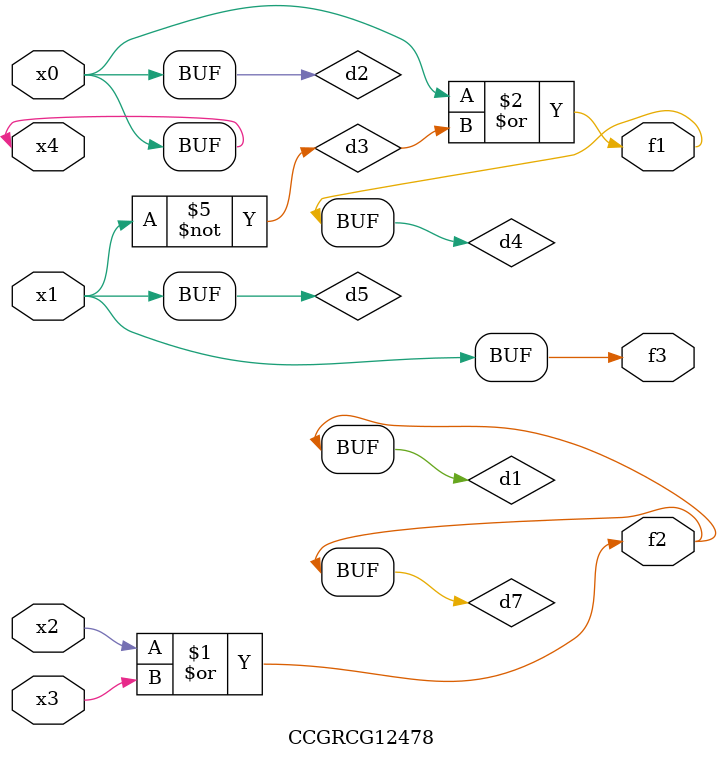
<source format=v>
module CCGRCG12478(
	input x0, x1, x2, x3, x4,
	output f1, f2, f3
);

	wire d1, d2, d3, d4, d5, d6, d7;

	or (d1, x2, x3);
	buf (d2, x0, x4);
	not (d3, x1);
	or (d4, d2, d3);
	not (d5, d3);
	nand (d6, d1, d3);
	or (d7, d1);
	assign f1 = d4;
	assign f2 = d7;
	assign f3 = d5;
endmodule

</source>
